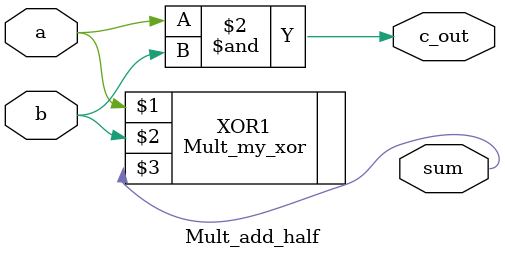
<source format=v>
`timescale 1ns / 1ps


module Mult_add_half(
input a, b,
output reg c_out, 
output sum
 );
 Mult_my_xor XOR1 (a, b, sum); 
 always@(*)
 begin
//    sum = a ^ b;
    c_out <= a & b;
 end
endmodule

</source>
